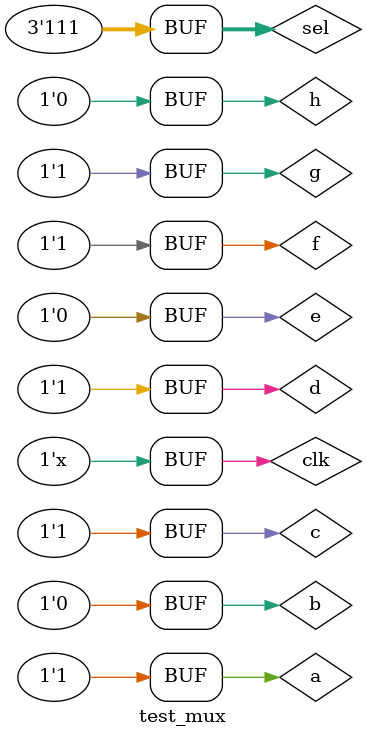
<source format=v>
`timescale 1ns / 1ps


module test_mux();
    reg clk;
    reg a, b, c, d, e, f, g, h;
    reg[2:0] sel;
    wire out;
    
    mux8_1 uut(a, b, c, d, e, f, g, h, sel, out);
    
    always #20 clk = ~clk;
    
    initial
    begin
        clk = 0;
        a = 1;
        b = 0;
        c = 1;
        d = 1;
        e = 0;
        f = 1;
        g = 1;
        h = 0;
        sel = 0;
        #40
        a = 1;
        b = 0;
        c = 1;
        d = 1;
        e = 0;
        f = 1;
        g = 1;
        h = 0;
        sel = 1;
        # 40
        a = 1;
        b = 0;
        c = 1;
        d = 1;
        e = 0;
        f = 1;
        g = 1;
        h = 0;
        sel = 2;
        # 40
        a = 1;
        b = 0;
        c = 1;
        d = 1;
        e = 0;
        f = 1;
        g = 1;
        h = 0;
        sel = 3;
        # 40
        a = 1;
        b = 0;
        c = 1;
        d = 1;
        e = 0;
        f = 1;
        g = 1;
        h = 0;
        sel = 4;
        # 40
        a = 1;
        b = 0;
        c = 1;
        d = 1;
        e = 0;
        f = 1;
        g = 1;
        h = 0;
        sel = 5;
        # 40
        a = 1;
        b = 0;
        c = 1;
        d = 1;
        e = 0;
        f = 1;
        g = 1;
        h = 0;
        sel = 6;
        # 40
        a = 1;
        b = 0;
        c = 1;
        d = 1;
        e = 0;
        f = 1;
        g = 1;
        h = 0;
        sel = 7;
    end
           
endmodule

</source>
